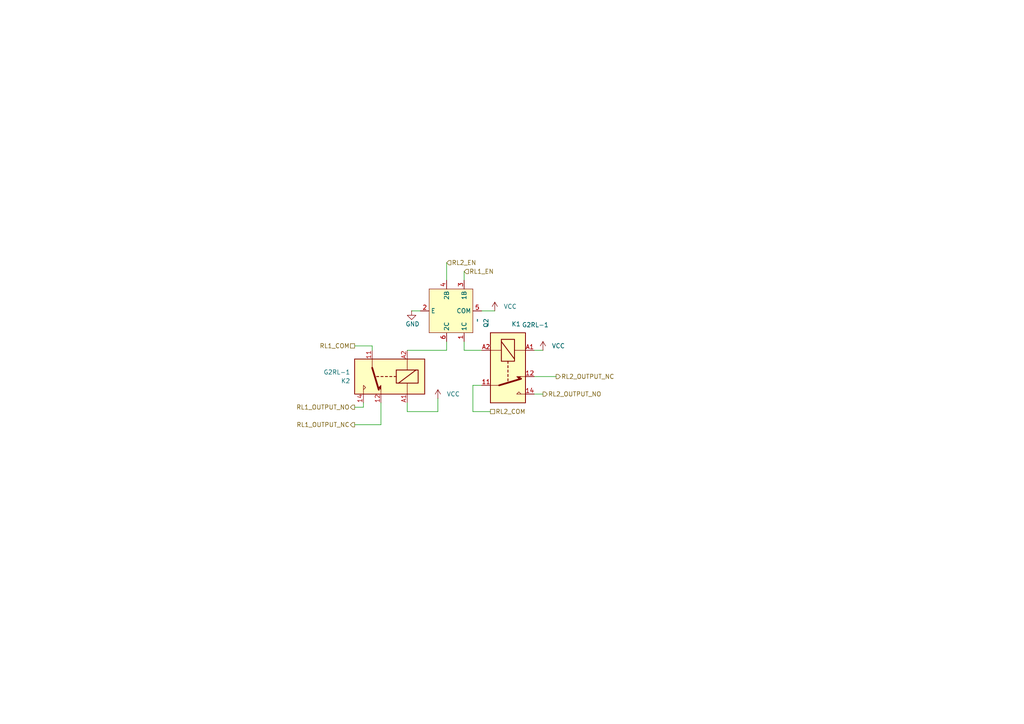
<source format=kicad_sch>
(kicad_sch
	(version 20250114)
	(generator "eeschema")
	(generator_version "9.0")
	(uuid "cffce59c-00fe-42d8-961e-130c24f41ffa")
	(paper "A4")
	(lib_symbols
		(symbol "Relay:G2RL-1"
			(exclude_from_sim no)
			(in_bom yes)
			(on_board yes)
			(property "Reference" "K"
				(at 11.43 3.81 0)
				(effects
					(font
						(size 1.27 1.27)
					)
					(justify left)
				)
			)
			(property "Value" "G2RL-1"
				(at 11.43 1.27 0)
				(effects
					(font
						(size 1.27 1.27)
					)
					(justify left)
				)
			)
			(property "Footprint" "Relay_THT:Relay_SPDT_Omron_G2RL-1"
				(at 11.43 -1.27 0)
				(effects
					(font
						(size 1.27 1.27)
					)
					(justify left)
					(hide yes)
				)
			)
			(property "Datasheet" "https://omronfs.omron.com/en_US/ecb/products/pdf/en-g2rl.pdf"
				(at 0 0 0)
				(effects
					(font
						(size 1.27 1.27)
					)
					(hide yes)
				)
			)
			(property "Description" "General Purpose Low Profile Relay SPDT Through Hole, Omron G2RL series, 12A 250VAC"
				(at 0 0 0)
				(effects
					(font
						(size 1.27 1.27)
					)
					(hide yes)
				)
			)
			(property "ki_keywords" "Single Pole Relay SPDT Omron"
				(at 0 0 0)
				(effects
					(font
						(size 1.27 1.27)
					)
					(hide yes)
				)
			)
			(property "ki_fp_filters" "Relay?SPDT?Omron?G2RL*"
				(at 0 0 0)
				(effects
					(font
						(size 1.27 1.27)
					)
					(hide yes)
				)
			)
			(symbol "G2RL-1_0_0"
				(polyline
					(pts
						(xy 7.62 5.08) (xy 7.62 2.54) (xy 6.985 3.175) (xy 7.62 3.81)
					)
					(stroke
						(width 0)
						(type default)
					)
					(fill
						(type none)
					)
				)
			)
			(symbol "G2RL-1_0_1"
				(rectangle
					(start -10.16 5.08)
					(end 10.16 -5.08)
					(stroke
						(width 0.254)
						(type default)
					)
					(fill
						(type background)
					)
				)
				(rectangle
					(start -8.255 1.905)
					(end -1.905 -1.905)
					(stroke
						(width 0.254)
						(type default)
					)
					(fill
						(type none)
					)
				)
				(polyline
					(pts
						(xy -7.62 -1.905) (xy -2.54 1.905)
					)
					(stroke
						(width 0.254)
						(type default)
					)
					(fill
						(type none)
					)
				)
				(polyline
					(pts
						(xy -5.08 5.08) (xy -5.08 1.905)
					)
					(stroke
						(width 0)
						(type default)
					)
					(fill
						(type none)
					)
				)
				(polyline
					(pts
						(xy -5.08 -5.08) (xy -5.08 -1.905)
					)
					(stroke
						(width 0)
						(type default)
					)
					(fill
						(type none)
					)
				)
				(polyline
					(pts
						(xy -1.905 0) (xy -1.27 0)
					)
					(stroke
						(width 0.254)
						(type default)
					)
					(fill
						(type none)
					)
				)
				(polyline
					(pts
						(xy -0.635 0) (xy 0 0)
					)
					(stroke
						(width 0.254)
						(type default)
					)
					(fill
						(type none)
					)
				)
				(polyline
					(pts
						(xy 0.635 0) (xy 1.27 0)
					)
					(stroke
						(width 0.254)
						(type default)
					)
					(fill
						(type none)
					)
				)
				(polyline
					(pts
						(xy 1.905 0) (xy 2.54 0)
					)
					(stroke
						(width 0.254)
						(type default)
					)
					(fill
						(type none)
					)
				)
				(polyline
					(pts
						(xy 2.54 5.08) (xy 2.54 2.54) (xy 3.175 3.175) (xy 2.54 3.81)
					)
					(stroke
						(width 0)
						(type default)
					)
					(fill
						(type outline)
					)
				)
				(polyline
					(pts
						(xy 3.175 0) (xy 3.81 0)
					)
					(stroke
						(width 0.254)
						(type default)
					)
					(fill
						(type none)
					)
				)
				(polyline
					(pts
						(xy 5.08 -2.54) (xy 3.175 3.81)
					)
					(stroke
						(width 0.508)
						(type default)
					)
					(fill
						(type none)
					)
				)
				(polyline
					(pts
						(xy 5.08 -2.54) (xy 5.08 -5.08)
					)
					(stroke
						(width 0)
						(type default)
					)
					(fill
						(type none)
					)
				)
			)
			(symbol "G2RL-1_1_1"
				(pin passive line
					(at -5.08 7.62 270)
					(length 2.54)
					(name "~"
						(effects
							(font
								(size 1.27 1.27)
							)
						)
					)
					(number "A1"
						(effects
							(font
								(size 1.27 1.27)
							)
						)
					)
				)
				(pin passive line
					(at -5.08 -7.62 90)
					(length 2.54)
					(name "~"
						(effects
							(font
								(size 1.27 1.27)
							)
						)
					)
					(number "A2"
						(effects
							(font
								(size 1.27 1.27)
							)
						)
					)
				)
				(pin passive line
					(at 2.54 7.62 270)
					(length 2.54)
					(name "~"
						(effects
							(font
								(size 1.27 1.27)
							)
						)
					)
					(number "12"
						(effects
							(font
								(size 1.27 1.27)
							)
						)
					)
				)
				(pin passive line
					(at 5.08 -7.62 90)
					(length 2.54)
					(name "~"
						(effects
							(font
								(size 1.27 1.27)
							)
						)
					)
					(number "11"
						(effects
							(font
								(size 1.27 1.27)
							)
						)
					)
				)
				(pin passive line
					(at 7.62 7.62 270)
					(length 2.54)
					(name "~"
						(effects
							(font
								(size 1.27 1.27)
							)
						)
					)
					(number "14"
						(effects
							(font
								(size 1.27 1.27)
							)
						)
					)
				)
			)
			(embedded_fonts no)
		)
		(symbol "Riqi_Parts:LANKE LK1802"
			(exclude_from_sim no)
			(in_bom yes)
			(on_board yes)
			(property "Reference" "Q"
				(at -2.286 -16.764 0)
				(effects
					(font
						(size 1.27 1.27)
					)
				)
			)
			(property "Value" ""
				(at 0 0 0)
				(effects
					(font
						(size 1.27 1.27)
					)
				)
			)
			(property "Footprint" ""
				(at 0 0 0)
				(effects
					(font
						(size 1.27 1.27)
					)
					(hide yes)
				)
			)
			(property "Datasheet" ""
				(at 0 0 0)
				(effects
					(font
						(size 1.27 1.27)
					)
					(hide yes)
				)
			)
			(property "Description" ""
				(at 0 0 0)
				(effects
					(font
						(size 1.27 1.27)
					)
					(hide yes)
				)
			)
			(property "ki_locked" ""
				(at 0 0 0)
				(effects
					(font
						(size 1.27 1.27)
					)
				)
			)
			(symbol "LANKE LK1802_1_1"
				(rectangle
					(start -2.54 -2.54)
					(end 10.16 -15.24)
					(stroke
						(width 0)
						(type solid)
					)
					(fill
						(type background)
					)
				)
				(pin input line
					(at -5.08 -5.08 0)
					(length 2.54)
					(name "1B"
						(effects
							(font
								(size 1.27 1.27)
							)
						)
					)
					(number "3"
						(effects
							(font
								(size 1.27 1.27)
							)
						)
					)
				)
				(pin input line
					(at -5.08 -10.16 0)
					(length 2.54)
					(name "2B"
						(effects
							(font
								(size 1.27 1.27)
							)
						)
					)
					(number "4"
						(effects
							(font
								(size 1.27 1.27)
							)
						)
					)
				)
				(pin passive line
					(at 3.81 0 270)
					(length 2.54)
					(name "COM"
						(effects
							(font
								(size 1.27 1.27)
							)
						)
					)
					(number "5"
						(effects
							(font
								(size 1.27 1.27)
							)
						)
					)
				)
				(pin passive line
					(at 3.81 -17.78 90)
					(length 2.54)
					(name "E"
						(effects
							(font
								(size 1.27 1.27)
							)
						)
					)
					(number "2"
						(effects
							(font
								(size 1.27 1.27)
							)
						)
					)
				)
				(pin open_collector line
					(at 12.7 -5.08 180)
					(length 2.54)
					(name "1C"
						(effects
							(font
								(size 1.27 1.27)
							)
						)
					)
					(number "1"
						(effects
							(font
								(size 1.27 1.27)
							)
						)
					)
				)
				(pin open_collector line
					(at 12.7 -10.16 180)
					(length 2.54)
					(name "2C"
						(effects
							(font
								(size 1.27 1.27)
							)
						)
					)
					(number "6"
						(effects
							(font
								(size 1.27 1.27)
							)
						)
					)
				)
			)
			(embedded_fonts no)
		)
		(symbol "power:GND"
			(power)
			(pin_numbers
				(hide yes)
			)
			(pin_names
				(offset 0)
				(hide yes)
			)
			(exclude_from_sim no)
			(in_bom yes)
			(on_board yes)
			(property "Reference" "#PWR"
				(at 0 -6.35 0)
				(effects
					(font
						(size 1.27 1.27)
					)
					(hide yes)
				)
			)
			(property "Value" "GND"
				(at 0 -3.81 0)
				(effects
					(font
						(size 1.27 1.27)
					)
				)
			)
			(property "Footprint" ""
				(at 0 0 0)
				(effects
					(font
						(size 1.27 1.27)
					)
					(hide yes)
				)
			)
			(property "Datasheet" ""
				(at 0 0 0)
				(effects
					(font
						(size 1.27 1.27)
					)
					(hide yes)
				)
			)
			(property "Description" "Power symbol creates a global label with name \"GND\" , ground"
				(at 0 0 0)
				(effects
					(font
						(size 1.27 1.27)
					)
					(hide yes)
				)
			)
			(property "ki_keywords" "global power"
				(at 0 0 0)
				(effects
					(font
						(size 1.27 1.27)
					)
					(hide yes)
				)
			)
			(symbol "GND_0_1"
				(polyline
					(pts
						(xy 0 0) (xy 0 -1.27) (xy 1.27 -1.27) (xy 0 -2.54) (xy -1.27 -1.27) (xy 0 -1.27)
					)
					(stroke
						(width 0)
						(type default)
					)
					(fill
						(type none)
					)
				)
			)
			(symbol "GND_1_1"
				(pin power_in line
					(at 0 0 270)
					(length 0)
					(name "~"
						(effects
							(font
								(size 1.27 1.27)
							)
						)
					)
					(number "1"
						(effects
							(font
								(size 1.27 1.27)
							)
						)
					)
				)
			)
			(embedded_fonts no)
		)
		(symbol "power:VCC"
			(power)
			(pin_numbers
				(hide yes)
			)
			(pin_names
				(offset 0)
				(hide yes)
			)
			(exclude_from_sim no)
			(in_bom yes)
			(on_board yes)
			(property "Reference" "#PWR"
				(at 0 -3.81 0)
				(effects
					(font
						(size 1.27 1.27)
					)
					(hide yes)
				)
			)
			(property "Value" "VCC"
				(at 0 3.556 0)
				(effects
					(font
						(size 1.27 1.27)
					)
				)
			)
			(property "Footprint" ""
				(at 0 0 0)
				(effects
					(font
						(size 1.27 1.27)
					)
					(hide yes)
				)
			)
			(property "Datasheet" ""
				(at 0 0 0)
				(effects
					(font
						(size 1.27 1.27)
					)
					(hide yes)
				)
			)
			(property "Description" "Power symbol creates a global label with name \"VCC\""
				(at 0 0 0)
				(effects
					(font
						(size 1.27 1.27)
					)
					(hide yes)
				)
			)
			(property "ki_keywords" "global power"
				(at 0 0 0)
				(effects
					(font
						(size 1.27 1.27)
					)
					(hide yes)
				)
			)
			(symbol "VCC_0_1"
				(polyline
					(pts
						(xy -0.762 1.27) (xy 0 2.54)
					)
					(stroke
						(width 0)
						(type default)
					)
					(fill
						(type none)
					)
				)
				(polyline
					(pts
						(xy 0 2.54) (xy 0.762 1.27)
					)
					(stroke
						(width 0)
						(type default)
					)
					(fill
						(type none)
					)
				)
				(polyline
					(pts
						(xy 0 0) (xy 0 2.54)
					)
					(stroke
						(width 0)
						(type default)
					)
					(fill
						(type none)
					)
				)
			)
			(symbol "VCC_1_1"
				(pin power_in line
					(at 0 0 90)
					(length 0)
					(name "~"
						(effects
							(font
								(size 1.27 1.27)
							)
						)
					)
					(number "1"
						(effects
							(font
								(size 1.27 1.27)
							)
						)
					)
				)
			)
			(embedded_fonts no)
		)
	)
	(wire
		(pts
			(xy 129.54 101.6) (xy 129.54 99.06)
		)
		(stroke
			(width 0)
			(type default)
		)
		(uuid "217d4e69-cccb-4c2a-b126-d75ef7b97225")
	)
	(wire
		(pts
			(xy 121.92 90.17) (xy 119.38 90.17)
		)
		(stroke
			(width 0)
			(type default)
		)
		(uuid "2ed33535-b7c3-4f3b-963c-65fcf2166eb8")
	)
	(wire
		(pts
			(xy 157.48 101.6) (xy 154.94 101.6)
		)
		(stroke
			(width 0)
			(type default)
		)
		(uuid "3ab762bf-eadb-42cb-99c3-8d4e9d063074")
	)
	(wire
		(pts
			(xy 139.7 101.6) (xy 134.62 101.6)
		)
		(stroke
			(width 0)
			(type default)
		)
		(uuid "49f05833-c2d5-4419-a8a0-d90470addf9f")
	)
	(wire
		(pts
			(xy 161.29 109.22) (xy 154.94 109.22)
		)
		(stroke
			(width 0)
			(type default)
		)
		(uuid "5ccdb662-a05a-4bc1-8988-c898078b42a5")
	)
	(wire
		(pts
			(xy 118.11 101.6) (xy 129.54 101.6)
		)
		(stroke
			(width 0)
			(type default)
		)
		(uuid "6eb864b6-e741-4cc1-a5ba-0948220ce6a8")
	)
	(wire
		(pts
			(xy 105.41 118.11) (xy 102.87 118.11)
		)
		(stroke
			(width 0)
			(type default)
		)
		(uuid "76c9cf05-ba94-4241-a6da-d683f589dd3f")
	)
	(wire
		(pts
			(xy 157.48 114.3) (xy 154.94 114.3)
		)
		(stroke
			(width 0)
			(type default)
		)
		(uuid "8c26bcf7-9b18-480a-b5ac-6407190a3498")
	)
	(wire
		(pts
			(xy 110.49 123.19) (xy 110.49 116.84)
		)
		(stroke
			(width 0)
			(type default)
		)
		(uuid "91ea4add-298c-4de7-9ef3-84cd5950595a")
	)
	(wire
		(pts
			(xy 139.7 111.76) (xy 137.16 111.76)
		)
		(stroke
			(width 0)
			(type default)
		)
		(uuid "95cf5e65-a308-49e5-af0c-199b5c8da5fd")
	)
	(wire
		(pts
			(xy 102.87 100.33) (xy 107.95 100.33)
		)
		(stroke
			(width 0)
			(type default)
		)
		(uuid "996ec7ce-9544-469f-ae16-998d45bc189b")
	)
	(wire
		(pts
			(xy 127 119.38) (xy 118.11 119.38)
		)
		(stroke
			(width 0)
			(type default)
		)
		(uuid "9e6d2cba-c361-4c23-b5a4-6822281414ce")
	)
	(wire
		(pts
			(xy 134.62 78.74) (xy 134.62 81.28)
		)
		(stroke
			(width 0)
			(type default)
		)
		(uuid "abf5be68-7a0e-4698-a19f-9026a3287058")
	)
	(wire
		(pts
			(xy 137.16 111.76) (xy 137.16 119.38)
		)
		(stroke
			(width 0)
			(type default)
		)
		(uuid "b0434a11-a611-4b55-b249-f696a6328eae")
	)
	(wire
		(pts
			(xy 102.87 123.19) (xy 110.49 123.19)
		)
		(stroke
			(width 0)
			(type default)
		)
		(uuid "c9ee7a24-845a-40a8-9e4a-131c79dc7a34")
	)
	(wire
		(pts
			(xy 105.41 116.84) (xy 105.41 118.11)
		)
		(stroke
			(width 0)
			(type default)
		)
		(uuid "d84b7d54-4ef9-4983-b224-e06b388a0f31")
	)
	(wire
		(pts
			(xy 129.54 76.2) (xy 129.54 81.28)
		)
		(stroke
			(width 0)
			(type default)
		)
		(uuid "d95150ad-edeb-487b-8f67-a77bcccd9fdf")
	)
	(wire
		(pts
			(xy 137.16 119.38) (xy 142.24 119.38)
		)
		(stroke
			(width 0)
			(type default)
		)
		(uuid "dab7979b-444e-4727-a8f7-399736f98ddc")
	)
	(wire
		(pts
			(xy 118.11 119.38) (xy 118.11 116.84)
		)
		(stroke
			(width 0)
			(type default)
		)
		(uuid "e6b498c8-b3aa-44fb-bbb1-3686dbb6af9f")
	)
	(wire
		(pts
			(xy 134.62 99.06) (xy 134.62 101.6)
		)
		(stroke
			(width 0)
			(type default)
		)
		(uuid "e874d732-634c-41ad-8b90-5a30f6ced64c")
	)
	(wire
		(pts
			(xy 127 115.57) (xy 127 119.38)
		)
		(stroke
			(width 0)
			(type default)
		)
		(uuid "ed2478fe-790f-456b-84ae-0959a180fb4d")
	)
	(wire
		(pts
			(xy 143.51 90.17) (xy 139.7 90.17)
		)
		(stroke
			(width 0)
			(type default)
		)
		(uuid "fd6174fb-6223-4c2b-911b-aad01b6894ee")
	)
	(wire
		(pts
			(xy 107.95 100.33) (xy 107.95 101.6)
		)
		(stroke
			(width 0)
			(type default)
		)
		(uuid "ff86b017-b40e-4aaa-8ea1-9e3eb2440ee2")
	)
	(hierarchical_label "RL2_OUTPUT_NC"
		(shape output)
		(at 161.29 109.22 0)
		(effects
			(font
				(size 1.27 1.27)
			)
			(justify left)
		)
		(uuid "136d0900-9b90-4551-8207-94253f00894f")
	)
	(hierarchical_label "RL1_COM"
		(shape passive)
		(at 102.87 100.33 180)
		(effects
			(font
				(size 1.27 1.27)
			)
			(justify right)
		)
		(uuid "2638d623-5eec-49a7-96ce-abc063f0b2d7")
	)
	(hierarchical_label "RL2_EN"
		(shape input)
		(at 129.54 76.2 0)
		(effects
			(font
				(size 1.27 1.27)
			)
			(justify left)
		)
		(uuid "3e898b01-38f7-473b-ad57-85697ebc3821")
	)
	(hierarchical_label "RL1_OUTPUT_NO"
		(shape output)
		(at 102.87 118.11 180)
		(effects
			(font
				(size 1.27 1.27)
			)
			(justify right)
		)
		(uuid "59b3596f-6833-4967-9719-de3fb6b6d32b")
	)
	(hierarchical_label "RL2_COM"
		(shape passive)
		(at 142.24 119.38 0)
		(effects
			(font
				(size 1.27 1.27)
			)
			(justify left)
		)
		(uuid "bca84ce4-18dc-44a6-8825-736c79c71c42")
	)
	(hierarchical_label "RL1_OUTPUT_NC"
		(shape output)
		(at 102.87 123.19 180)
		(effects
			(font
				(size 1.27 1.27)
			)
			(justify right)
		)
		(uuid "c0cdb961-51b2-4c39-8ab1-807eecbcef55")
	)
	(hierarchical_label "RL1_EN"
		(shape input)
		(at 134.62 78.74 0)
		(effects
			(font
				(size 1.27 1.27)
			)
			(justify left)
		)
		(uuid "e598eb98-68c7-425a-9a03-cdc3890e510b")
	)
	(hierarchical_label "RL2_OUTPUT_NO"
		(shape output)
		(at 157.48 114.3 0)
		(effects
			(font
				(size 1.27 1.27)
			)
			(justify left)
		)
		(uuid "e69a26a3-31d0-445f-abcf-c10ca3ccec38")
	)
	(symbol
		(lib_id "power:VCC")
		(at 127 115.57 0)
		(unit 1)
		(exclude_from_sim no)
		(in_bom yes)
		(on_board yes)
		(dnp no)
		(fields_autoplaced yes)
		(uuid "26174cbc-efa2-48e2-b6f2-045d9ecd6cb3")
		(property "Reference" "#PWR021"
			(at 127 119.38 0)
			(effects
				(font
					(size 1.27 1.27)
				)
				(hide yes)
			)
		)
		(property "Value" "VCC"
			(at 129.54 114.2999 0)
			(effects
				(font
					(size 1.27 1.27)
				)
				(justify left)
			)
		)
		(property "Footprint" ""
			(at 127 115.57 0)
			(effects
				(font
					(size 1.27 1.27)
				)
				(hide yes)
			)
		)
		(property "Datasheet" ""
			(at 127 115.57 0)
			(effects
				(font
					(size 1.27 1.27)
				)
				(hide yes)
			)
		)
		(property "Description" "Power symbol creates a global label with name \"VCC\""
			(at 127 115.57 0)
			(effects
				(font
					(size 1.27 1.27)
				)
				(hide yes)
			)
		)
		(pin "1"
			(uuid "21586879-cc36-48f9-8551-9e7ba463ff20")
		)
		(instances
			(project "NIVARA"
				(path "/8290cc18-06d0-4e02-a781-29a61ebc321a/9e4d7a0c-a5eb-4e88-9036-0c35e68b279a/86b88fb6-54fe-4cca-9b3c-121214f029ac"
					(reference "#PWR021")
					(unit 1)
				)
			)
		)
	)
	(symbol
		(lib_id "Relay:G2RL-1")
		(at 147.32 106.68 270)
		(unit 1)
		(exclude_from_sim no)
		(in_bom yes)
		(on_board yes)
		(dnp no)
		(uuid "271b35fc-458b-4d23-8fc7-dd31f7ee970e")
		(property "Reference" "K1"
			(at 148.336 93.98 90)
			(effects
				(font
					(size 1.27 1.27)
				)
				(justify left)
			)
		)
		(property "Value" "G2RL-1"
			(at 151.384 94.234 90)
			(effects
				(font
					(size 1.27 1.27)
				)
				(justify left)
			)
		)
		(property "Footprint" "Relay_THT:Relay_SPDT_Omron_G2RL-1"
			(at 146.05 118.11 0)
			(effects
				(font
					(size 1.27 1.27)
				)
				(justify left)
				(hide yes)
			)
		)
		(property "Datasheet" "https://omronfs.omron.com/en_US/ecb/products/pdf/en-g2rl.pdf"
			(at 147.32 106.68 0)
			(effects
				(font
					(size 1.27 1.27)
				)
				(hide yes)
			)
		)
		(property "Description" "General Purpose Low Profile Relay SPDT Through Hole, Omron G2RL series, 12A 250VAC"
			(at 147.32 106.68 0)
			(effects
				(font
					(size 1.27 1.27)
				)
				(hide yes)
			)
		)
		(pin "14"
			(uuid "8d7c773d-a7e6-411a-a59a-0d76b5386e96")
		)
		(pin "12"
			(uuid "b718b134-6a0c-4b2d-a8cf-51b4f81e1730")
		)
		(pin "A2"
			(uuid "f0ccefb8-1ff0-448e-9cd9-e174cfa0f812")
		)
		(pin "11"
			(uuid "d165c126-c58f-4d81-ba0b-0bf8a59a2b8c")
		)
		(pin "A1"
			(uuid "13e978b4-8cf4-4a19-a2a2-331c2f2d98d4")
		)
		(instances
			(project "NIVARA"
				(path "/8290cc18-06d0-4e02-a781-29a61ebc321a/9e4d7a0c-a5eb-4e88-9036-0c35e68b279a/86b88fb6-54fe-4cca-9b3c-121214f029ac"
					(reference "K1")
					(unit 1)
				)
			)
		)
	)
	(symbol
		(lib_id "power:VCC")
		(at 143.51 90.17 0)
		(unit 1)
		(exclude_from_sim no)
		(in_bom yes)
		(on_board yes)
		(dnp no)
		(fields_autoplaced yes)
		(uuid "600d0f42-6b54-4e74-bbaf-e6b465024f45")
		(property "Reference" "#PWR019"
			(at 143.51 93.98 0)
			(effects
				(font
					(size 1.27 1.27)
				)
				(hide yes)
			)
		)
		(property "Value" "VCC"
			(at 146.05 88.8999 0)
			(effects
				(font
					(size 1.27 1.27)
				)
				(justify left)
			)
		)
		(property "Footprint" ""
			(at 143.51 90.17 0)
			(effects
				(font
					(size 1.27 1.27)
				)
				(hide yes)
			)
		)
		(property "Datasheet" ""
			(at 143.51 90.17 0)
			(effects
				(font
					(size 1.27 1.27)
				)
				(hide yes)
			)
		)
		(property "Description" "Power symbol creates a global label with name \"VCC\""
			(at 143.51 90.17 0)
			(effects
				(font
					(size 1.27 1.27)
				)
				(hide yes)
			)
		)
		(pin "1"
			(uuid "5939ec59-9fa0-4c97-8d31-e9dfcec010af")
		)
		(instances
			(project "NIVARA"
				(path "/8290cc18-06d0-4e02-a781-29a61ebc321a/9e4d7a0c-a5eb-4e88-9036-0c35e68b279a/86b88fb6-54fe-4cca-9b3c-121214f029ac"
					(reference "#PWR019")
					(unit 1)
				)
			)
		)
	)
	(symbol
		(lib_id "Riqi_Parts:LANKE LK1802")
		(at 139.7 86.36 270)
		(unit 1)
		(exclude_from_sim no)
		(in_bom yes)
		(on_board yes)
		(dnp no)
		(fields_autoplaced yes)
		(uuid "91a3940d-12c0-487a-a3be-50778c8c669f")
		(property "Reference" "Q2"
			(at 140.97 92.3133 0)
			(effects
				(font
					(size 1.27 1.27)
				)
				(justify left)
			)
		)
		(property "Value" "~"
			(at 138.43 92.3133 0)
			(effects
				(font
					(size 1.27 1.27)
				)
				(justify left)
			)
		)
		(property "Footprint" ""
			(at 139.7 86.36 0)
			(effects
				(font
					(size 1.27 1.27)
				)
				(hide yes)
			)
		)
		(property "Datasheet" ""
			(at 139.7 86.36 0)
			(effects
				(font
					(size 1.27 1.27)
				)
				(hide yes)
			)
		)
		(property "Description" ""
			(at 139.7 86.36 0)
			(effects
				(font
					(size 1.27 1.27)
				)
				(hide yes)
			)
		)
		(property "LCSC#" "C2984831"
			(at 139.7 86.36 0)
			(effects
				(font
					(size 1.27 1.27)
				)
				(hide yes)
			)
		)
		(pin "4"
			(uuid "7e17b648-965e-429d-aa7b-e51f6e82bf32")
		)
		(pin "5"
			(uuid "b24e93ce-6c87-4bc9-b0ee-3c47214111af")
		)
		(pin "2"
			(uuid "15893fbb-4355-4f49-8550-f388bfeb07fd")
		)
		(pin "1"
			(uuid "39581bde-5a39-4444-9126-a77af5af147e")
		)
		(pin "6"
			(uuid "9a803033-a328-4da6-a467-918f88589c1e")
		)
		(pin "3"
			(uuid "28278381-4638-4834-98f0-0c6bf00ebfa9")
		)
		(instances
			(project "NIVARA"
				(path "/8290cc18-06d0-4e02-a781-29a61ebc321a/9e4d7a0c-a5eb-4e88-9036-0c35e68b279a/86b88fb6-54fe-4cca-9b3c-121214f029ac"
					(reference "Q2")
					(unit 1)
				)
			)
		)
	)
	(symbol
		(lib_id "power:VCC")
		(at 157.48 101.6 0)
		(unit 1)
		(exclude_from_sim no)
		(in_bom yes)
		(on_board yes)
		(dnp no)
		(fields_autoplaced yes)
		(uuid "958d491f-1a81-40d9-9652-ce49b088cd9d")
		(property "Reference" "#PWR20"
			(at 157.48 105.41 0)
			(effects
				(font
					(size 1.27 1.27)
				)
				(hide yes)
			)
		)
		(property "Value" "VCC"
			(at 160.02 100.3299 0)
			(effects
				(font
					(size 1.27 1.27)
				)
				(justify left)
			)
		)
		(property "Footprint" ""
			(at 157.48 101.6 0)
			(effects
				(font
					(size 1.27 1.27)
				)
				(hide yes)
			)
		)
		(property "Datasheet" ""
			(at 157.48 101.6 0)
			(effects
				(font
					(size 1.27 1.27)
				)
				(hide yes)
			)
		)
		(property "Description" "Power symbol creates a global label with name \"VCC\""
			(at 157.48 101.6 0)
			(effects
				(font
					(size 1.27 1.27)
				)
				(hide yes)
			)
		)
		(pin "1"
			(uuid "b19a3383-216b-4667-ad89-b61237ff87cc")
		)
		(instances
			(project "NIVARA"
				(path "/8290cc18-06d0-4e02-a781-29a61ebc321a/9e4d7a0c-a5eb-4e88-9036-0c35e68b279a/86b88fb6-54fe-4cca-9b3c-121214f029ac"
					(reference "#PWR20")
					(unit 1)
				)
			)
		)
	)
	(symbol
		(lib_id "power:GND")
		(at 119.38 90.17 0)
		(unit 1)
		(exclude_from_sim no)
		(in_bom yes)
		(on_board yes)
		(dnp no)
		(uuid "be21cedd-6f76-44ed-b6f5-2f50ebf8e76e")
		(property "Reference" "#PWR18"
			(at 119.38 96.52 0)
			(effects
				(font
					(size 1.27 1.27)
				)
				(hide yes)
			)
		)
		(property "Value" "GND"
			(at 117.602 93.98 0)
			(effects
				(font
					(size 1.27 1.27)
				)
				(justify left)
			)
		)
		(property "Footprint" ""
			(at 119.38 90.17 0)
			(effects
				(font
					(size 1.27 1.27)
				)
				(hide yes)
			)
		)
		(property "Datasheet" ""
			(at 119.38 90.17 0)
			(effects
				(font
					(size 1.27 1.27)
				)
				(hide yes)
			)
		)
		(property "Description" "Power symbol creates a global label with name \"GND\" , ground"
			(at 119.38 90.17 0)
			(effects
				(font
					(size 1.27 1.27)
				)
				(hide yes)
			)
		)
		(pin "1"
			(uuid "9057a845-b019-495d-b7c5-535c877a7b27")
		)
		(instances
			(project "NIVARA"
				(path "/8290cc18-06d0-4e02-a781-29a61ebc321a/9e4d7a0c-a5eb-4e88-9036-0c35e68b279a/86b88fb6-54fe-4cca-9b3c-121214f029ac"
					(reference "#PWR18")
					(unit 1)
				)
			)
		)
	)
	(symbol
		(lib_id "Relay:G2RL-1")
		(at 113.03 109.22 180)
		(unit 1)
		(exclude_from_sim no)
		(in_bom yes)
		(on_board yes)
		(dnp no)
		(fields_autoplaced yes)
		(uuid "f0af92bb-05f5-4b9b-b5ec-2696067aaf1b")
		(property "Reference" "K2"
			(at 101.6 110.4901 0)
			(effects
				(font
					(size 1.27 1.27)
				)
				(justify left)
			)
		)
		(property "Value" "G2RL-1"
			(at 101.6 107.9501 0)
			(effects
				(font
					(size 1.27 1.27)
				)
				(justify left)
			)
		)
		(property "Footprint" "Relay_THT:Relay_SPDT_Omron_G2RL-1"
			(at 101.6 107.95 0)
			(effects
				(font
					(size 1.27 1.27)
				)
				(justify left)
				(hide yes)
			)
		)
		(property "Datasheet" "https://omronfs.omron.com/en_US/ecb/products/pdf/en-g2rl.pdf"
			(at 113.03 109.22 0)
			(effects
				(font
					(size 1.27 1.27)
				)
				(hide yes)
			)
		)
		(property "Description" "General Purpose Low Profile Relay SPDT Through Hole, Omron G2RL series, 12A 250VAC"
			(at 113.03 109.22 0)
			(effects
				(font
					(size 1.27 1.27)
				)
				(hide yes)
			)
		)
		(pin "14"
			(uuid "3ab1bf0a-eed4-478a-bff0-99082d6801b8")
		)
		(pin "12"
			(uuid "50f9da7c-c61a-4a3f-bf0f-86df244b7653")
		)
		(pin "A2"
			(uuid "f025e245-5b7d-4cad-96cb-88e3d961373e")
		)
		(pin "11"
			(uuid "bacaa8ff-bf58-4aff-b3ae-96facf88e101")
		)
		(pin "A1"
			(uuid "478192a8-6097-4a70-b5e0-bcc02735e6dd")
		)
		(instances
			(project "NIVARA"
				(path "/8290cc18-06d0-4e02-a781-29a61ebc321a/9e4d7a0c-a5eb-4e88-9036-0c35e68b279a/86b88fb6-54fe-4cca-9b3c-121214f029ac"
					(reference "K2")
					(unit 1)
				)
			)
		)
	)
)

</source>
